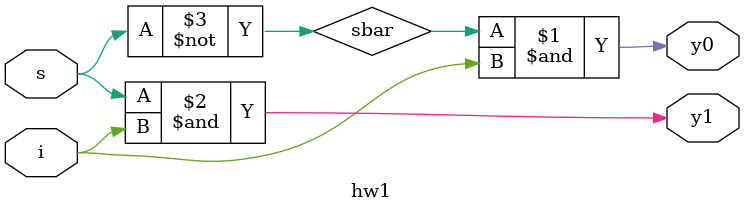
<source format=v>
module hw1 (y1,y0,i,s);
input i,s;
output y1,y0;
//add your code here
	not n1(sbar,s);
	and	a1(y0,sbar,i);
	and a2(y1,s,i);
	
endmodule

</source>
